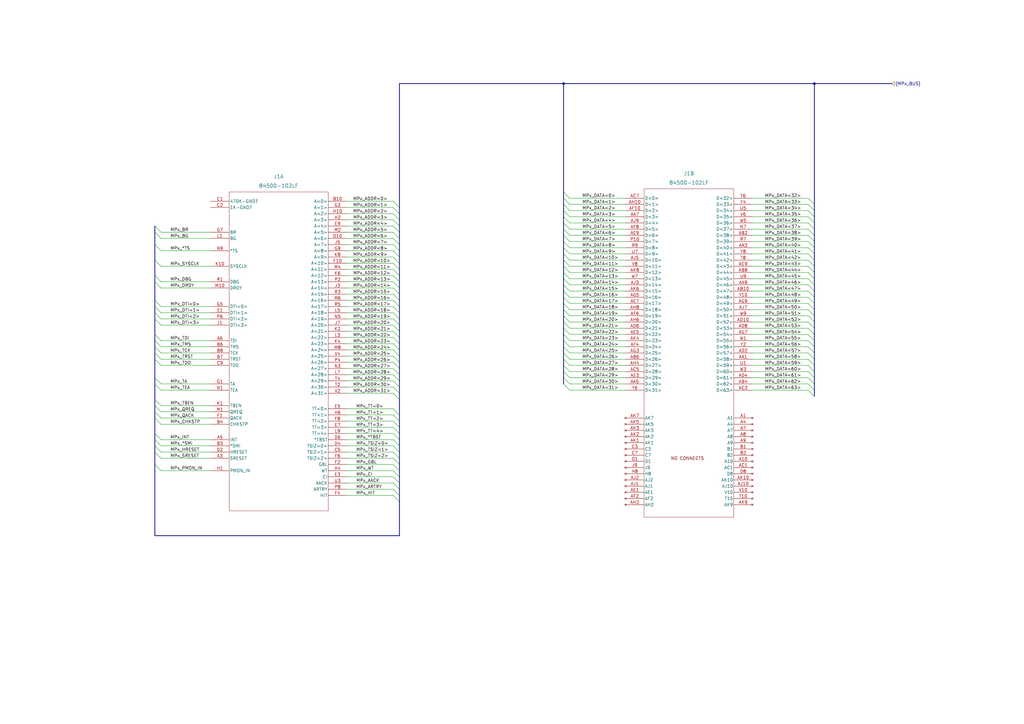
<source format=kicad_sch>
(kicad_sch (version 20211123) (generator eeschema)
  (paper "A3")
  (lib_symbols
    (symbol "cust:84500-102LF" (pin_names (offset 0.254))
      (property "Reference" "J" (at 27.94 10.16 0))
      (property "Value" "84500-102LF" (at 27.94 7.62 0))
      (symbol "84500-102LF_1_1"
        (polyline (pts (xy 7.62 -125.73) (xy 48.26 -125.73)) (stroke (width 0.127)))
        (polyline (pts (xy 7.62 5.08) (xy 7.62 -125.73)) (stroke (width 0.127)))
        (polyline (pts (xy 48.26 -125.73) (xy 48.26 5.08)) (stroke (width 0.127)))
        (polyline (pts (xy 48.26 5.08) (xy 7.62 5.08)) (stroke (width 0.127)))
        (pin input line (at 0 -104.14 0) (length 7.62) (name "SRESET") (number "A3"))
        (pin output line (at 0 -96.52 0) (length 7.62) (name "INT") (number "A5"))
        (pin bidirectional line (at 0 -55.88 0) (length 7.62) (name "TDI") (number "A6"))
        (pin input line (at 55.88 1.27 180) (length 7.62) (name "A<0>") (number "B10"))
        (pin input line (at 0 -99.06 0) (length 7.62) (name "*SMI") (number "B3"))
        (pin output line (at 0 -90.17 0) (length 7.62) (name "CHKSTP") (number "B4"))
        (pin bidirectional line (at 0 -58.42 0) (length 7.62) (name "TMS") (number "B6"))
        (pin input line (at 0 -63.5 0) (length 7.62) (name "TRST") (number "B7"))
        (pin output line (at 0 -60.96 0) (length 7.62) (name "TCK") (number "B8"))
        (pin input line (at 0 1.27 0) (length 7.62) (name "470K-GND?") (number "C1"))
        (pin input line (at 0 -1.27 0) (length 7.62) (name "1K-GND?") (number "C2"))
        (pin output line (at 55.88 -101.6 180) (length 7.62) (name "TSIZ<1>") (number "C5"))
        (pin bidirectional line (at 0 -66.04 0) (length 7.62) (name "TDO") (number "C9"))
        (pin input line (at 55.88 -13.97 180) (length 7.62) (name "A<6>") (number "D10"))
        (pin input line (at 0 -101.6 0) (length 7.62) (name "HRESET") (number "D2"))
        (pin output line (at 55.88 -99.06 180) (length 7.62) (name "TSIZ<0>") (number "D4"))
        (pin input line (at 55.88 -96.52 180) (length 7.62) (name "*TBST") (number "D6"))
        (pin input line (at 0 -44.45 0) (length 7.62) (name "DTI<1>") (number "E1"))
        (pin input line (at 55.88 -111.76 180) (length 7.62) (name "CI") (number "E3"))
        (pin output line (at 55.88 -83.82 180) (length 7.62) (name "TT<0>") (number "E5"))
        (pin output line (at 55.88 -91.44 180) (length 7.62) (name "TT<3>") (number "E7"))
        (pin input line (at 55.88 -8.89 180) (length 7.62) (name "A<4>") (number "E9"))
        (pin output line (at 0 -87.63 0) (length 7.62) (name "QACK") (number "F1"))
        (pin input line (at 55.88 -24.13 180) (length 7.62) (name "A<10>") (number "F10"))
        (pin input line (at 55.88 -106.68 180) (length 7.62) (name "GBL") (number "F2"))
        (pin output line (at 55.88 -119.38 180) (length 7.62) (name "HIT") (number "F4"))
        (pin output line (at 55.88 -104.14 180) (length 7.62) (name "TSIZ<2>") (number "F6"))
        (pin output line (at 55.88 -88.9 180) (length 7.62) (name "TT<2>") (number "F8"))
        (pin output line (at 0 -73.66 0) (length 7.62) (name "TA") (number "G1"))
        (pin input line (at 55.88 -1.27 180) (length 7.62) (name "A<1>") (number "G3"))
        (pin input line (at 0 -41.91 0) (length 7.62) (name "DTI<0>") (number "G5"))
        (pin input line (at 0 -11.43 0) (length 7.62) (name "BR") (number "G7"))
        (pin input line (at 55.88 -19.05 180) (length 7.62) (name "A<8>") (number "G9"))
        (pin input line (at 0 -109.22 0) (length 7.62) (name "PMON_IN") (number "H1"))
        (pin input line (at 55.88 -3.81 180) (length 7.62) (name "A<2>") (number "H10"))
        (pin input line (at 55.88 -6.35 180) (length 7.62) (name "A<3>") (number "H2"))
        (pin input line (at 55.88 -109.22 180) (length 7.62) (name "WT") (number "H4"))
        (pin output line (at 55.88 -86.36 180) (length 7.62) (name "TT<1>") (number "H6"))
        (pin input line (at 0 -49.53 0) (length 7.62) (name "DTI<3>") (number "J1"))
        (pin input line (at 55.88 -34.29 180) (length 7.62) (name "A<14>") (number "J3"))
        (pin input line (at 55.88 -16.51 180) (length 7.62) (name "A<7>") (number "J5"))
        (pin input line (at 55.88 -49.53 180) (length 7.62) (name "A<20>") (number "J7"))
        (pin output line (at 0 -82.55 0) (length 7.62) (name "TBEN") (number "K1"))
        (pin input line (at 0 -25.4 0) (length 7.62) (name "SYSCLK") (number "K10"))
        (pin input line (at 55.88 -52.07 180) (length 7.62) (name "A<21>") (number "K2"))
        (pin input line (at 55.88 -57.15 180) (length 7.62) (name "A<23>") (number "K4"))
        (pin input line (at 55.88 -29.21 180) (length 7.62) (name "A<12>") (number "K6"))
        (pin input line (at 55.88 -21.59 180) (length 7.62) (name "A<9>") (number "K8"))
        (pin input line (at 0 -13.97 0) (length 7.62) (name "BG") (number "L1"))
        (pin input line (at 55.88 -54.61 180) (length 7.62) (name "A<22>") (number "L3"))
        (pin input line (at 55.88 -44.45 180) (length 7.62) (name "A<18>") (number "L5"))
        (pin input line (at 55.88 -69.85 180) (length 7.62) (name "A<28>") (number "L7"))
        (pin output line (at 55.88 -93.98 180) (length 7.62) (name "TT<4>") (number "L9"))
        (pin output line (at 0 -85.09 0) (length 7.62) (name "QREQ") (number "M1"))
        (pin output line (at 0 -34.29 0) (length 7.62) (name "DRDY") (number "M10"))
        (pin input line (at 55.88 -11.43 180) (length 7.62) (name "A<5>") (number "M2"))
        (pin input line (at 55.88 -26.67 180) (length 7.62) (name "A<11>") (number "M4"))
        (pin input line (at 55.88 -39.37 180) (length 7.62) (name "A<16>") (number "M6"))
        (pin input line (at 55.88 -59.69 180) (length 7.62) (name "A<24>") (number "M8"))
        (pin output line (at 0 -76.2 0) (length 7.62) (name "TEA") (number "N1"))
        (pin input line (at 55.88 -67.31 180) (length 7.62) (name "A<27>") (number "N3"))
        (pin input line (at 55.88 -46.99 180) (length 7.62) (name "A<19>") (number "N5"))
        (pin input line (at 0 -19.05 0) (length 7.62) (name "*TS") (number "N9"))
        (pin input line (at 55.88 -31.75 180) (length 7.62) (name "A<13>") (number "P2"))
        (pin input line (at 55.88 -64.77 180) (length 7.62) (name "A<26>") (number "P4"))
        (pin input line (at 0 -46.99 0) (length 7.62) (name "DTI<2>") (number "P6"))
        (pin input line (at 55.88 -116.84 180) (length 7.62) (name "ARTRY") (number "P8"))
        (pin input line (at 0 -31.75 0) (length 7.62) (name "DBG") (number "R1"))
        (pin input line (at 55.88 -36.83 180) (length 7.62) (name "A<15>") (number "R3"))
        (pin input line (at 55.88 -41.91 180) (length 7.62) (name "A<17>") (number "R5"))
        (pin input line (at 55.88 -74.93 180) (length 7.62) (name "A<30>") (number "T2"))
        (pin input line (at 55.88 -72.39 180) (length 7.62) (name "A<29>") (number "T4"))
        (pin input line (at 55.88 -114.3 180) (length 7.62) (name "AACK") (number "U3"))
        (pin input line (at 55.88 -77.47 180) (length 7.62) (name "A<31>") (number "V2"))
        (pin input line (at 55.88 -62.23 180) (length 7.62) (name "A<25>") (number "V4"))
      )
      (symbol "84500-102LF_2_0"
        (text "NO CONNECTS" (at 25.4 -105.41 0) (effects (font (size 1.27 1.27))))
      )
      (symbol "84500-102LF_2_1"
        (polyline (pts (xy 7.62 -129.54) (xy 44.45 -129.54)) (stroke (width 0.127)))
        (polyline (pts (xy 7.62 5.08) (xy 7.62 -129.54)) (stroke (width 0.127)))
        (polyline (pts (xy 44.45 -129.54) (xy 44.45 5.08)) (stroke (width 0.127)))
        (polyline (pts (xy 44.45 5.08) (xy 7.62 5.08)) (stroke (width 0.127)))
        (pin no_connect line (at 52.07 -88.9 180) (length 7.62) (name "A1") (number "A1"))
        (pin no_connect line (at 52.07 -106.68 180) (length 7.62) (name "A10") (number "A10"))
        (pin no_connect line (at 52.07 -91.44 180) (length 7.62) (name "A4") (number "A4"))
        (pin no_connect line (at 52.07 -93.98 180) (length 7.62) (name "A7") (number "A7"))
        (pin no_connect line (at 52.07 -96.52 180) (length 7.62) (name "A8") (number "A8"))
        (pin no_connect line (at 52.07 -99.06 180) (length 7.62) (name "A9") (number "A9"))
        (pin bidirectional line (at 52.07 -64.77 180) (length 7.62) (name "D<58>") (number "AA1"))
        (pin bidirectional line (at 52.07 -19.05 180) (length 7.62) (name "D<40>") (number "AA3"))
        (pin bidirectional line (at 0 -74.93 0) (length 7.62) (name "D<30>") (number "AA5"))
        (pin bidirectional line (at 0 -6.35 0) (length 7.62) (name "D<3>") (number "AA7"))
        (pin bidirectional line (at 52.07 -34.29 180) (length 7.62) (name "D<46>") (number "AA9"))
        (pin bidirectional line (at 52.07 -36.83 180) (length 7.62) (name "D<47>") (number "AB10"))
        (pin bidirectional line (at 52.07 -13.97 180) (length 7.62) (name "D<38>") (number "AB2"))
        (pin bidirectional line (at 52.07 -74.93 180) (length 7.62) (name "D<62>") (number "AB4"))
        (pin bidirectional line (at 0 -64.77 0) (length 7.62) (name "D<26>") (number "AB6"))
        (pin bidirectional line (at 52.07 -29.21 180) (length 7.62) (name "D<44>") (number "AB8"))
        (pin no_connect line (at 52.07 -109.22 180) (length 7.62) (name "AC1") (number "AC1"))
        (pin bidirectional line (at 52.07 -77.47 180) (length 7.62) (name "D<63>") (number "AC3"))
        (pin bidirectional line (at 0 -69.85 0) (length 7.62) (name "D<28>") (number "AC5"))
        (pin bidirectional line (at 0 1.27 0) (length 7.62) (name "D<0>") (number "AC7"))
        (pin bidirectional line (at 52.07 -26.67 180) (length 7.62) (name "D<43>") (number "AC9"))
        (pin bidirectional line (at 52.07 -49.53 180) (length 7.62) (name "D<52>") (number "AD10"))
        (pin bidirectional line (at 52.07 -62.23 180) (length 7.62) (name "D<57>") (number "AD2"))
        (pin bidirectional line (at 52.07 -72.39 180) (length 7.62) (name "D<61>") (number "AD4"))
        (pin bidirectional line (at 0 -52.07 0) (length 7.62) (name "D<21>") (number "AD6"))
        (pin bidirectional line (at 52.07 -52.07 180) (length 7.62) (name "D<53>") (number "AD8"))
        (pin no_connect line (at 0 -119.38 0) (length 7.62) (name "AE1") (number "AE1"))
        (pin bidirectional line (at 0 -72.39 0) (length 7.62) (name "D<29>") (number "AE3"))
        (pin bidirectional line (at 0 -54.61 0) (length 7.62) (name "D<22>") (number "AE5"))
        (pin bidirectional line (at 0 -41.91 0) (length 7.62) (name "D<17>") (number "AE7"))
        (pin bidirectional line (at 0 -13.97 0) (length 7.62) (name "D<6>") (number "AE9"))
        (pin bidirectional line (at 0 -3.81 0) (length 7.62) (name "D<2>") (number "AF10"))
        (pin no_connect line (at 0 -121.92 0) (length 7.62) (name "AF2") (number "AF2"))
        (pin bidirectional line (at 0 -59.69 0) (length 7.62) (name "D<24>") (number "AF4"))
        (pin bidirectional line (at 0 -46.99 0) (length 7.62) (name "D<19>") (number "AF6"))
        (pin bidirectional line (at 0 -11.43 0) (length 7.62) (name "D<5>") (number "AF8"))
        (pin bidirectional line (at 0 -62.23 0) (length 7.62) (name "D<25>") (number "AG3"))
        (pin bidirectional line (at 0 -39.37 0) (length 7.62) (name "D<16>") (number "AG5"))
        (pin bidirectional line (at 52.07 -54.61 180) (length 7.62) (name "D<54>") (number "AG7"))
        (pin bidirectional line (at 52.07 -41.91 180) (length 7.62) (name "D<49>") (number "AG9"))
        (pin bidirectional line (at 0 -1.27 0) (length 7.62) (name "D<1>") (number "AH10"))
        (pin no_connect line (at 0 -124.46 0) (length 7.62) (name "AH2") (number "AH2"))
        (pin bidirectional line (at 0 -67.31 0) (length 7.62) (name "D<27>") (number "AH4"))
        (pin bidirectional line (at 0 -49.53 0) (length 7.62) (name "D<20>") (number "AH6"))
        (pin bidirectional line (at 0 -44.45 0) (length 7.62) (name "D<18>") (number "AH8"))
        (pin no_connect line (at 0 -116.84 0) (length 7.62) (name "AJ1") (number "AJ1"))
        (pin no_connect line (at 52.07 -116.84 180) (length 7.62) (name "AJ10") (number "AJ10"))
        (pin no_connect line (at 0 -114.3 0) (length 7.62) (name "AJ2") (number "AJ2"))
        (pin bidirectional line (at 0 -34.29 0) (length 7.62) (name "D<14>") (number "AJ3"))
        (pin bidirectional line (at 0 -24.13 0) (length 7.62) (name "D<10>") (number "AJ5"))
        (pin bidirectional line (at 52.07 -44.45 180) (length 7.62) (name "D<50>") (number "AJ7"))
        (pin bidirectional line (at 0 -8.89 0) (length 7.62) (name "D<4>") (number "AJ9"))
        (pin no_connect line (at 0 -99.06 0) (length 7.62) (name "AK1") (number "AK1"))
        (pin no_connect line (at 52.07 -114.3 180) (length 7.62) (name "AK10") (number "AK10"))
        (pin no_connect line (at 0 -96.52 0) (length 7.62) (name "AK2") (number "AK2"))
        (pin no_connect line (at 0 -93.98 0) (length 7.62) (name "AK3") (number "AK3"))
        (pin bidirectional line (at 0 -57.15 0) (length 7.62) (name "D<23>") (number "AK4"))
        (pin no_connect line (at 0 -91.44 0) (length 7.62) (name "AK5") (number "AK5"))
        (pin bidirectional line (at 0 -36.83 0) (length 7.62) (name "D<15>") (number "AK6"))
        (pin no_connect line (at 0 -88.9 0) (length 7.62) (name "AK7") (number "AK7"))
        (pin bidirectional line (at 0 -29.21 0) (length 7.62) (name "D<12>") (number "AK8"))
        (pin no_connect line (at 52.07 -124.46 180) (length 7.62) (name "AK9") (number "AK9"))
        (pin no_connect line (at 52.07 -101.6 180) (length 7.62) (name "B1") (number "B1"))
        (pin no_connect line (at 52.07 -104.14 180) (length 7.62) (name "B2") (number "B2"))
        (pin no_connect line (at 0 -101.6 0) (length 7.62) (name "C3") (number "C3"))
        (pin no_connect line (at 0 -104.14 0) (length 7.62) (name "C7") (number "C7"))
        (pin no_connect line (at 0 -106.68 0) (length 7.62) (name "D1") (number "D1"))
        (pin no_connect line (at 52.07 -111.76 180) (length 7.62) (name "D8") (number "D8"))
        (pin no_connect line (at 0 -111.76 0) (length 7.62) (name "H8") (number "H8"))
        (pin no_connect line (at 0 -109.22 0) (length 7.62) (name "J9") (number "J9"))
        (pin bidirectional line (at 52.07 -11.43 180) (length 7.62) (name "D<37>") (number "N7"))
        (pin bidirectional line (at 0 -16.51 0) (length 7.62) (name "D<7>") (number "P10"))
        (pin bidirectional line (at 52.07 -16.51 180) (length 7.62) (name "D<39>") (number "R7"))
        (pin bidirectional line (at 0 -19.05 0) (length 7.62) (name "D<8>") (number "R9"))
        (pin no_connect line (at 52.07 -121.92 180) (length 7.62) (name "T10") (number "T10"))
        (pin bidirectional line (at 52.07 1.27 180) (length 7.62) (name "D<32>") (number "T6"))
        (pin bidirectional line (at 52.07 -24.13 180) (length 7.62) (name "D<42>") (number "T8"))
        (pin bidirectional line (at 52.07 -67.31 180) (length 7.62) (name "D<59>") (number "U1"))
        (pin bidirectional line (at 52.07 -3.81 180) (length 7.62) (name "D<34>") (number "U5"))
        (pin bidirectional line (at 0 -21.59 0) (length 7.62) (name "D<9>") (number "U7"))
        (pin bidirectional line (at 52.07 -31.75 180) (length 7.62) (name "D<45>") (number "U9"))
        (pin no_connect line (at 52.07 -119.38 180) (length 7.62) (name "V10") (number "V10"))
        (pin bidirectional line (at 52.07 -6.35 180) (length 7.62) (name "D<35>") (number "V6"))
        (pin bidirectional line (at 0 -26.67 0) (length 7.62) (name "D<11>") (number "V8"))
        (pin bidirectional line (at 52.07 -57.15 180) (length 7.62) (name "D<55>") (number "W1"))
        (pin bidirectional line (at 52.07 -69.85 180) (length 7.62) (name "D<60>") (number "W3"))
        (pin bidirectional line (at 52.07 -8.89 180) (length 7.62) (name "D<36>") (number "W5"))
        (pin bidirectional line (at 0 -31.75 0) (length 7.62) (name "D<13>") (number "W7"))
        (pin bidirectional line (at 52.07 -46.99 180) (length 7.62) (name "D<51>") (number "W9"))
        (pin bidirectional line (at 52.07 -39.37 180) (length 7.62) (name "D<48>") (number "Y10"))
        (pin bidirectional line (at 52.07 -59.69 180) (length 7.62) (name "D<56>") (number "Y2"))
        (pin bidirectional line (at 52.07 -1.27 180) (length 7.62) (name "D<33>") (number "Y4"))
        (pin bidirectional line (at 0 -77.47 0) (length 7.62) (name "D<31>") (number "Y6"))
        (pin bidirectional line (at 52.07 -21.59 180) (length 7.62) (name "D<41>") (number "Y8"))
      )
      (symbol "84500-102LF_3_1"
        (polyline (pts (xy 7.62 -182.88) (xy 48.26 -182.88)) (stroke (width 0.127)))
        (polyline (pts (xy 7.62 5.08) (xy 7.62 -182.88)) (stroke (width 0.127)))
        (polyline (pts (xy 48.26 -182.88) (xy 48.26 5.08)) (stroke (width 0.127)))
        (polyline (pts (xy 48.26 5.08) (xy 7.62 5.08)) (stroke (width 0.127)))
        (pin power_in line (at 55.88 1.27 180) (length 7.62) (name "12V") (number "A2"))
        (pin power_out line (at 0 -6.35 0) (length 7.62) (name "GND") (number "AA10"))
        (pin power_out line (at 0 -107.95 0) (length 7.62) (name "GND") (number "AA2"))
        (pin power_out line (at 0 -105.41 0) (length 7.62) (name "GND") (number "AA4"))
        (pin power_out line (at 0 -102.87 0) (length 7.62) (name "GND") (number "AA6"))
        (pin power_out line (at 0 -100.33 0) (length 7.62) (name "GND") (number "AA8"))
        (pin power_in line (at 55.88 -130.81 180) (length 7.62) (name "3V3") (number "AB1"))
        (pin power_in line (at 55.88 -128.27 180) (length 7.62) (name "3V3") (number "AB3"))
        (pin power_in line (at 55.88 -38.1 180) (length 7.62) (name "5V") (number "AB5"))
        (pin power_in line (at 55.88 -35.56 180) (length 7.62) (name "5V") (number "AB7"))
        (pin power_in line (at 55.88 -33.02 180) (length 7.62) (name "5V") (number "AB9"))
        (pin power_out line (at 0 -3.81 0) (length 7.62) (name "GND") (number "AC10"))
        (pin power_out line (at 0 -62.23 0) (length 7.62) (name "GND") (number "AC2"))
        (pin power_out line (at 0 -64.77 0) (length 7.62) (name "GND") (number "AC4"))
        (pin power_out line (at 0 -67.31 0) (length 7.62) (name "GND") (number "AC6"))
        (pin power_out line (at 0 -69.85 0) (length 7.62) (name "GND") (number "AC8"))
        (pin power_in line (at 55.88 -115.57 180) (length 7.62) (name "3V3") (number "AD1"))
        (pin power_in line (at 55.88 -118.11 180) (length 7.62) (name "3V3") (number "AD3"))
        (pin power_in line (at 55.88 -58.42 180) (length 7.62) (name "5V") (number "AD5"))
        (pin power_in line (at 55.88 -60.96 180) (length 7.62) (name "5V") (number "AD7"))
        (pin power_in line (at 55.88 -63.5 180) (length 7.62) (name "5V") (number "AD9"))
        (pin power_out line (at 0 -1.27 0) (length 7.62) (name "GND") (number "AE10"))
        (pin power_out line (at 0 -39.37 0) (length 7.62) (name "GND") (number "AE2"))
        (pin power_out line (at 0 -41.91 0) (length 7.62) (name "GND") (number "AE4"))
        (pin power_out line (at 0 -44.45 0) (length 7.62) (name "GND") (number "AE6"))
        (pin power_out line (at 0 -46.99 0) (length 7.62) (name "GND") (number "AE8"))
        (pin power_in line (at 55.88 -107.95 180) (length 7.62) (name "3V3") (number "AF1"))
        (pin power_in line (at 55.88 -105.41 180) (length 7.62) (name "3V3") (number "AF3"))
        (pin power_in line (at 55.88 -86.36 180) (length 7.62) (name "5V") (number "AF5"))
        (pin power_in line (at 55.88 -83.82 180) (length 7.62) (name "5V") (number "AF7"))
        (pin power_in line (at 55.88 -81.28 180) (length 7.62) (name "5V") (number "AF9"))
        (pin power_out line (at 0 -49.53 0) (length 7.62) (name "GND") (number "AG1"))
        (pin power_out line (at 0 1.27 0) (length 7.62) (name "GND") (number "AG10"))
        (pin power_out line (at 0 -52.07 0) (length 7.62) (name "GND") (number "AG2"))
        (pin power_out line (at 0 -54.61 0) (length 7.62) (name "GND") (number "AG4"))
        (pin power_out line (at 0 -57.15 0) (length 7.62) (name "GND") (number "AG6"))
        (pin power_out line (at 0 -59.69 0) (length 7.62) (name "GND") (number "AG8"))
        (pin power_in line (at 55.88 -110.49 180) (length 7.62) (name "3V3") (number "AH1"))
        (pin power_in line (at 55.88 -113.03 180) (length 7.62) (name "3V3") (number "AH3"))
        (pin power_in line (at 55.88 -66.04 180) (length 7.62) (name "5V") (number "AH5"))
        (pin power_in line (at 55.88 -71.12 180) (length 7.62) (name "5V") (number "AH7"))
        (pin power_in line (at 55.88 -68.58 180) (length 7.62) (name "5V") (number "AH9"))
        (pin power_out line (at 0 -36.83 0) (length 7.62) (name "GND") (number "AJ4"))
        (pin power_out line (at 0 -34.29 0) (length 7.62) (name "GND") (number "AJ6"))
        (pin power_out line (at 0 -31.75 0) (length 7.62) (name "GND") (number "AJ8"))
        (pin power_in line (at 55.88 -149.86 180) (length 7.62) (name "OVdd") (number "B5"))
        (pin power_in line (at 55.88 -172.72 180) (length 7.62) (name "OVdd") (number "B9"))
        (pin power_out line (at 0 -29.21 0) (length 7.62) (name "GND") (number "C10"))
        (pin power_out line (at 0 -72.39 0) (length 7.62) (name "GND") (number "C4"))
        (pin power_out line (at 0 -74.93 0) (length 7.62) (name "GND") (number "C6"))
        (pin power_out line (at 0 -77.47 0) (length 7.62) (name "GND") (number "C8"))
        (pin power_in line (at 55.88 -152.4 180) (length 7.62) (name "OVdd") (number "D3"))
        (pin power_in line (at 55.88 -154.94 180) (length 7.62) (name "OVdd") (number "D5"))
        (pin power_in line (at 55.88 -157.48 180) (length 7.62) (name "OVdd") (number "D7"))
        (pin power_in line (at 55.88 -160.02 180) (length 7.62) (name "OVdd") (number "D9"))
        (pin power_out line (at 0 -26.67 0) (length 7.62) (name "GND") (number "E10"))
        (pin power_out line (at 0 -151.13 0) (length 7.62) (name "GND") (number "E2"))
        (pin power_out line (at 0 -153.67 0) (length 7.62) (name "GND") (number "E4"))
        (pin power_out line (at 0 -156.21 0) (length 7.62) (name "GND") (number "E6"))
        (pin power_out line (at 0 -158.75 0) (length 7.62) (name "GND") (number "E8"))
        (pin power_in line (at 55.88 -162.56 180) (length 7.62) (name "OVdd") (number "F3"))
        (pin power_in line (at 55.88 -165.1 180) (length 7.62) (name "OVdd") (number "F5"))
        (pin power_in line (at 55.88 -170.18 180) (length 7.62) (name "OVdd") (number "F7"))
        (pin power_in line (at 55.88 -167.64 180) (length 7.62) (name "OVdd") (number "F9"))
        (pin power_out line (at 0 -24.13 0) (length 7.62) (name "GND") (number "G10"))
        (pin power_out line (at 0 -138.43 0) (length 7.62) (name "GND") (number "G2"))
        (pin power_out line (at 0 -135.89 0) (length 7.62) (name "GND") (number "G4"))
        (pin power_out line (at 0 -133.35 0) (length 7.62) (name "GND") (number "G6"))
        (pin power_out line (at 0 -130.81 0) (length 7.62) (name "GND") (number "G8"))
        (pin power_in line (at 55.88 -88.9 180) (length 7.62) (name "5V") (number "H3"))
        (pin power_in line (at 55.88 -78.74 180) (length 7.62) (name "5V") (number "H5"))
        (pin power_in line (at 55.88 -76.2 180) (length 7.62) (name "5V") (number "H7"))
        (pin power_in line (at 55.88 -73.66 180) (length 7.62) (name "5V") (number "H9"))
        (pin power_out line (at 0 -21.59 0) (length 7.62) (name "GND") (number "J10"))
        (pin power_out line (at 0 -168.91 0) (length 7.62) (name "GND") (number "J2"))
        (pin power_out line (at 0 -166.37 0) (length 7.62) (name "GND") (number "J4"))
        (pin power_out line (at 0 -163.83 0) (length 7.62) (name "GND") (number "J6"))
        (pin power_out line (at 0 -161.29 0) (length 7.62) (name "GND") (number "J8"))
        (pin power_in line (at 55.88 -96.52 180) (length 7.62) (name "5V") (number "K3"))
        (pin power_in line (at 55.88 -55.88 180) (length 7.62) (name "5V") (number "K5"))
        (pin power_in line (at 55.88 -93.98 180) (length 7.62) (name "5V") (number "K7"))
        (pin power_in line (at 55.88 -91.44 180) (length 7.62) (name "5V") (number "K9"))
        (pin power_out line (at 0 -19.05 0) (length 7.62) (name "GND") (number "L10"))
        (pin power_out line (at 0 -148.59 0) (length 7.62) (name "GND") (number "L2"))
        (pin power_out line (at 0 -146.05 0) (length 7.62) (name "GND") (number "L4"))
        (pin power_out line (at 0 -143.51 0) (length 7.62) (name "GND") (number "L6"))
        (pin power_out line (at 0 -140.97 0) (length 7.62) (name "GND") (number "L8"))
        (pin power_in line (at 55.88 -5.08 180) (length 7.62) (name "5V") (number "M3"))
        (pin power_in line (at 55.88 -7.62 180) (length 7.62) (name "5V") (number "M5"))
        (pin power_in line (at 55.88 -10.16 180) (length 7.62) (name "5V") (number "M7"))
        (pin power_in line (at 55.88 -12.7 180) (length 7.62) (name "5V") (number "M9"))
        (pin power_out line (at 0 -16.51 0) (length 7.62) (name "GND") (number "N10"))
        (pin power_out line (at 0 -90.17 0) (length 7.62) (name "GND") (number "N2"))
        (pin power_out line (at 0 -92.71 0) (length 7.62) (name "GND") (number "N4"))
        (pin power_out line (at 0 -95.25 0) (length 7.62) (name "GND") (number "N6"))
        (pin power_out line (at 0 -97.79 0) (length 7.62) (name "GND") (number "N8"))
        (pin power_in line (at 55.88 -125.73 180) (length 7.62) (name "3V3") (number "P1"))
        (pin power_in line (at 55.88 -15.24 180) (length 7.62) (name "5V") (number "P3"))
        (pin power_in line (at 55.88 -17.78 180) (length 7.62) (name "5V") (number "P5"))
        (pin power_in line (at 55.88 -20.32 180) (length 7.62) (name "5V") (number "P7"))
        (pin power_in line (at 55.88 -22.86 180) (length 7.62) (name "5V") (number "P9"))
        (pin power_out line (at 0 -13.97 0) (length 7.62) (name "GND") (number "R10"))
        (pin power_out line (at 0 -80.01 0) (length 7.62) (name "GND") (number "R2"))
        (pin power_out line (at 0 -82.55 0) (length 7.62) (name "GND") (number "R4"))
        (pin power_out line (at 0 -85.09 0) (length 7.62) (name "GND") (number "R6"))
        (pin power_out line (at 0 -87.63 0) (length 7.62) (name "GND") (number "R8"))
        (pin power_in line (at 55.88 -120.65 180) (length 7.62) (name "3V3") (number "T1"))
        (pin power_in line (at 55.88 -123.19 180) (length 7.62) (name "3V3") (number "T3"))
        (pin power_in line (at 55.88 -25.4 180) (length 7.62) (name "5V") (number "T5"))
        (pin power_in line (at 55.88 -27.94 180) (length 7.62) (name "5V") (number "T7"))
        (pin power_in line (at 55.88 -30.48 180) (length 7.62) (name "5V") (number "T9"))
        (pin power_out line (at 0 -11.43 0) (length 7.62) (name "GND") (number "U10"))
        (pin power_out line (at 0 -123.19 0) (length 7.62) (name "GND") (number "U2"))
        (pin power_out line (at 0 -125.73 0) (length 7.62) (name "GND") (number "U4"))
        (pin power_out line (at 0 -128.27 0) (length 7.62) (name "GND") (number "U6"))
        (pin power_out line (at 0 -120.65 0) (length 7.62) (name "GND") (number "U8"))
        (pin power_in line (at 55.88 -140.97 180) (length 7.62) (name "3V3") (number "V1"))
        (pin power_in line (at 55.88 -138.43 180) (length 7.62) (name "3V3") (number "V3"))
        (pin power_in line (at 55.88 -53.34 180) (length 7.62) (name "5V") (number "V5"))
        (pin power_in line (at 55.88 -50.8 180) (length 7.62) (name "5V") (number "V7"))
        (pin power_in line (at 55.88 -48.26 180) (length 7.62) (name "5V") (number "V9"))
        (pin power_out line (at 0 -8.89 0) (length 7.62) (name "GND") (number "W10"))
        (pin power_out line (at 0 -118.11 0) (length 7.62) (name "GND") (number "W2"))
        (pin power_out line (at 0 -115.57 0) (length 7.62) (name "GND") (number "W4"))
        (pin power_out line (at 0 -113.03 0) (length 7.62) (name "GND") (number "W6"))
        (pin power_out line (at 0 -110.49 0) (length 7.62) (name "GND") (number "W8"))
        (pin power_in line (at 55.88 -135.89 180) (length 7.62) (name "3V3") (number "Y1"))
        (pin power_in line (at 55.88 -133.35 180) (length 7.62) (name "3V3") (number "Y3"))
        (pin power_in line (at 55.88 -45.72 180) (length 7.62) (name "5V") (number "Y5"))
        (pin power_in line (at 55.88 -43.18 180) (length 7.62) (name "5V") (number "Y7"))
        (pin power_in line (at 55.88 -40.64 180) (length 7.62) (name "5V") (number "Y9"))
      )
    )
  )
  (junction (at 334.01 34.29))
  (junction (at 231.14 34.29))
  (bus_entry (at 331.47 137.16) (size 2.54 2.54))
  (bus_entry (at 63.5 92.71) (size 2.54 2.54))
  (bus_entry (at 161.29 146.05) (size 2.54 2.54))
  (bus_entry (at 331.47 142.24) (size 2.54 2.54))
  (bus_entry (at 161.29 102.87) (size 2.54 2.54))
  (bus_entry (at 161.29 195.58) (size 2.54 2.54))
  (bus_entry (at 161.29 175.26) (size 2.54 2.54))
  (bus_entry (at 161.29 92.71) (size 2.54 2.54))
  (bus_entry (at 161.29 105.41) (size 2.54 2.54))
  (bus_entry (at 161.29 161.29) (size 2.54 2.54))
  (bus_entry (at 231.14 96.52) (size 2.54 2.54))
  (bus_entry (at 231.14 86.36) (size 2.54 2.54))
  (bus_entry (at 331.47 144.78) (size 2.54 2.54))
  (bus_entry (at 161.29 128.27) (size 2.54 2.54))
  (bus_entry (at 161.29 203.2) (size 2.54 2.54))
  (bus_entry (at 331.47 109.22) (size 2.54 2.54))
  (bus_entry (at 231.14 154.94) (size 2.54 2.54))
  (bus_entry (at 231.14 139.7) (size 2.54 2.54))
  (bus_entry (at 231.14 116.84) (size 2.54 2.54))
  (bus_entry (at 331.47 127) (size 2.54 2.54))
  (bus_entry (at 161.29 82.55) (size 2.54 2.54))
  (bus_entry (at 63.5 177.8) (size 2.54 2.54))
  (bus_entry (at 161.29 135.89) (size 2.54 2.54))
  (bus_entry (at 63.5 163.83) (size 2.54 2.54))
  (bus_entry (at 161.29 148.59) (size 2.54 2.54))
  (bus_entry (at 231.14 134.62) (size 2.54 2.54))
  (bus_entry (at 231.14 106.68) (size 2.54 2.54))
  (bus_entry (at 231.14 124.46) (size 2.54 2.54))
  (bus_entry (at 63.5 100.33) (size 2.54 2.54))
  (bus_entry (at 63.5 125.73) (size 2.54 2.54))
  (bus_entry (at 231.14 149.86) (size 2.54 2.54))
  (bus_entry (at 161.29 107.95) (size 2.54 2.54))
  (bus_entry (at 161.29 125.73) (size 2.54 2.54))
  (bus_entry (at 331.47 96.52) (size 2.54 2.54))
  (bus_entry (at 63.5 95.25) (size 2.54 2.54))
  (bus_entry (at 331.47 124.46) (size 2.54 2.54))
  (bus_entry (at 331.47 104.14) (size 2.54 2.54))
  (bus_entry (at 63.5 137.16) (size 2.54 2.54))
  (bus_entry (at 331.47 119.38) (size 2.54 2.54))
  (bus_entry (at 63.5 147.32) (size 2.54 2.54))
  (bus_entry (at 331.47 114.3) (size 2.54 2.54))
  (bus_entry (at 63.5 142.24) (size 2.54 2.54))
  (bus_entry (at 231.14 152.4) (size 2.54 2.54))
  (bus_entry (at 63.5 182.88) (size 2.54 2.54))
  (bus_entry (at 63.5 180.34) (size 2.54 2.54))
  (bus_entry (at 231.14 78.74) (size 2.54 2.54))
  (bus_entry (at 161.29 100.33) (size 2.54 2.54))
  (bus_entry (at 231.14 121.92) (size 2.54 2.54))
  (bus_entry (at 231.14 83.82) (size 2.54 2.54))
  (bus_entry (at 231.14 111.76) (size 2.54 2.54))
  (bus_entry (at 331.47 160.02) (size 2.54 2.54))
  (bus_entry (at 63.5 123.19) (size 2.54 2.54))
  (bus_entry (at 161.29 138.43) (size 2.54 2.54))
  (bus_entry (at 63.5 190.5) (size 2.54 2.54))
  (bus_entry (at 161.29 185.42) (size 2.54 2.54))
  (bus_entry (at 63.5 128.27) (size 2.54 2.54))
  (bus_entry (at 161.29 97.79) (size 2.54 2.54))
  (bus_entry (at 63.5 113.03) (size 2.54 2.54))
  (bus_entry (at 231.14 129.54) (size 2.54 2.54))
  (bus_entry (at 161.29 133.35) (size 2.54 2.54))
  (bus_entry (at 161.29 85.09) (size 2.54 2.54))
  (bus_entry (at 231.14 147.32) (size 2.54 2.54))
  (bus_entry (at 331.47 106.68) (size 2.54 2.54))
  (bus_entry (at 331.47 147.32) (size 2.54 2.54))
  (bus_entry (at 331.47 101.6) (size 2.54 2.54))
  (bus_entry (at 161.29 153.67) (size 2.54 2.54))
  (bus_entry (at 331.47 121.92) (size 2.54 2.54))
  (bus_entry (at 63.5 115.57) (size 2.54 2.54))
  (bus_entry (at 231.14 88.9) (size 2.54 2.54))
  (bus_entry (at 161.29 143.51) (size 2.54 2.54))
  (bus_entry (at 331.47 152.4) (size 2.54 2.54))
  (bus_entry (at 331.47 132.08) (size 2.54 2.54))
  (bus_entry (at 161.29 118.11) (size 2.54 2.54))
  (bus_entry (at 161.29 177.8) (size 2.54 2.54))
  (bus_entry (at 161.29 172.72) (size 2.54 2.54))
  (bus_entry (at 231.14 119.38) (size 2.54 2.54))
  (bus_entry (at 231.14 142.24) (size 2.54 2.54))
  (bus_entry (at 161.29 110.49) (size 2.54 2.54))
  (bus_entry (at 231.14 137.16) (size 2.54 2.54))
  (bus_entry (at 231.14 132.08) (size 2.54 2.54))
  (bus_entry (at 331.47 116.84) (size 2.54 2.54))
  (bus_entry (at 161.29 190.5) (size 2.54 2.54))
  (bus_entry (at 161.29 193.04) (size 2.54 2.54))
  (bus_entry (at 331.47 88.9) (size 2.54 2.54))
  (bus_entry (at 331.47 86.36) (size 2.54 2.54))
  (bus_entry (at 63.5 130.81) (size 2.54 2.54))
  (bus_entry (at 231.14 114.3) (size 2.54 2.54))
  (bus_entry (at 63.5 168.91) (size 2.54 2.54))
  (bus_entry (at 63.5 185.42) (size 2.54 2.54))
  (bus_entry (at 231.14 109.22) (size 2.54 2.54))
  (bus_entry (at 161.29 200.66) (size 2.54 2.54))
  (bus_entry (at 161.29 123.19) (size 2.54 2.54))
  (bus_entry (at 331.47 91.44) (size 2.54 2.54))
  (bus_entry (at 231.14 127) (size 2.54 2.54))
  (bus_entry (at 331.47 154.94) (size 2.54 2.54))
  (bus_entry (at 63.5 139.7) (size 2.54 2.54))
  (bus_entry (at 331.47 83.82) (size 2.54 2.54))
  (bus_entry (at 231.14 144.78) (size 2.54 2.54))
  (bus_entry (at 161.29 198.12) (size 2.54 2.54))
  (bus_entry (at 331.47 81.28) (size 2.54 2.54))
  (bus_entry (at 161.29 120.65) (size 2.54 2.54))
  (bus_entry (at 161.29 90.17) (size 2.54 2.54))
  (bus_entry (at 231.14 93.98) (size 2.54 2.54))
  (bus_entry (at 63.5 154.94) (size 2.54 2.54))
  (bus_entry (at 161.29 140.97) (size 2.54 2.54))
  (bus_entry (at 331.47 134.62) (size 2.54 2.54))
  (bus_entry (at 63.5 144.78) (size 2.54 2.54))
  (bus_entry (at 331.47 129.54) (size 2.54 2.54))
  (bus_entry (at 161.29 87.63) (size 2.54 2.54))
  (bus_entry (at 161.29 151.13) (size 2.54 2.54))
  (bus_entry (at 63.5 157.48) (size 2.54 2.54))
  (bus_entry (at 231.14 81.28) (size 2.54 2.54))
  (bus_entry (at 231.14 157.48) (size 2.54 2.54))
  (bus_entry (at 63.5 171.45) (size 2.54 2.54))
  (bus_entry (at 161.29 156.21) (size 2.54 2.54))
  (bus_entry (at 231.14 91.44) (size 2.54 2.54))
  (bus_entry (at 231.14 99.06) (size 2.54 2.54))
  (bus_entry (at 331.47 157.48) (size 2.54 2.54))
  (bus_entry (at 331.47 149.86) (size 2.54 2.54))
  (bus_entry (at 161.29 167.64) (size 2.54 2.54))
  (bus_entry (at 161.29 113.03) (size 2.54 2.54))
  (bus_entry (at 161.29 170.18) (size 2.54 2.54))
  (bus_entry (at 161.29 182.88) (size 2.54 2.54))
  (bus_entry (at 231.14 104.14) (size 2.54 2.54))
  (bus_entry (at 331.47 111.76) (size 2.54 2.54))
  (bus_entry (at 161.29 130.81) (size 2.54 2.54))
  (bus_entry (at 161.29 95.25) (size 2.54 2.54))
  (bus_entry (at 331.47 93.98) (size 2.54 2.54))
  (bus_entry (at 231.14 101.6) (size 2.54 2.54))
  (bus_entry (at 161.29 187.96) (size 2.54 2.54))
  (bus_entry (at 331.47 99.06) (size 2.54 2.54))
  (bus_entry (at 63.5 106.68) (size 2.54 2.54))
  (bus_entry (at 331.47 139.7) (size 2.54 2.54))
  (bus_entry (at 161.29 180.34) (size 2.54 2.54))
  (bus_entry (at 63.5 166.37) (size 2.54 2.54))
  (bus_entry (at 161.29 115.57) (size 2.54 2.54))
  (bus_entry (at 161.29 158.75) (size 2.54 2.54))
  (bus (pts (xy 231.14 137.16) (xy 231.14 139.7)))
  (bus (pts (xy 163.83 175.26) (xy 163.83 177.8)))
  (wire (pts (xy 142.24 187.96) (xy 161.29 187.96)))
  (bus (pts (xy 334.01 129.54) (xy 334.01 127)))
  (bus (pts (xy 231.14 154.94) (xy 231.14 157.48)))
  (bus (pts (xy 334.01 104.14) (xy 334.01 101.6)))
  (wire (pts (xy 308.61 83.82) (xy 331.47 83.82)))
  (wire (pts (xy 66.04 157.48) (xy 86.36 157.48)))
  (bus (pts (xy 231.14 121.92) (xy 231.14 124.46)))
  (bus (pts (xy 163.83 87.63) (xy 163.83 90.17)))
  (bus (pts (xy 334.01 154.94) (xy 334.01 152.4)))
  (wire (pts (xy 142.24 105.41) (xy 161.29 105.41)))
  (bus (pts (xy 63.5 106.68) (xy 63.5 113.03)))
  (bus (pts (xy 334.01 127) (xy 334.01 124.46)))
  (bus (pts (xy 163.83 146.05) (xy 163.83 148.59)))
  (bus (pts (xy 163.83 34.29) (xy 231.14 34.29)))
  (bus (pts (xy 334.01 121.92) (xy 334.01 119.38)))
  (wire (pts (xy 142.24 102.87) (xy 161.29 102.87)))
  (bus (pts (xy 163.83 161.29) (xy 163.83 163.83)))
  (bus (pts (xy 231.14 139.7) (xy 231.14 142.24)))
  (wire (pts (xy 308.61 129.54) (xy 331.47 129.54)))
  (bus (pts (xy 163.83 205.74) (xy 163.83 219.71)))
  (wire (pts (xy 142.24 125.73) (xy 161.29 125.73)))
  (wire (pts (xy 308.61 160.02) (xy 331.47 160.02)))
  (wire (pts (xy 233.68 111.76) (xy 256.54 111.76)))
  (bus (pts (xy 163.83 90.17) (xy 163.83 92.71)))
  (wire (pts (xy 308.61 109.22) (xy 331.47 109.22)))
  (bus (pts (xy 163.83 151.13) (xy 163.83 153.67)))
  (wire (pts (xy 142.24 140.97) (xy 161.29 140.97)))
  (wire (pts (xy 233.68 83.82) (xy 256.54 83.82)))
  (bus (pts (xy 163.83 133.35) (xy 163.83 135.89)))
  (wire (pts (xy 233.68 101.6) (xy 256.54 101.6)))
  (bus (pts (xy 334.01 132.08) (xy 334.01 129.54)))
  (wire (pts (xy 233.68 91.44) (xy 256.54 91.44)))
  (bus (pts (xy 63.5 157.48) (xy 63.5 163.83)))
  (wire (pts (xy 142.24 92.71) (xy 161.29 92.71)))
  (bus (pts (xy 63.5 190.5) (xy 63.5 219.71)))
  (wire (pts (xy 308.61 127) (xy 331.47 127)))
  (wire (pts (xy 66.04 187.96) (xy 86.36 187.96)))
  (wire (pts (xy 142.24 97.79) (xy 161.29 97.79)))
  (bus (pts (xy 163.83 170.18) (xy 163.83 172.72)))
  (bus (pts (xy 334.01 147.32) (xy 334.01 144.78)))
  (bus (pts (xy 63.5 166.37) (xy 63.5 168.91)))
  (bus (pts (xy 63.5 163.83) (xy 63.5 166.37)))
  (wire (pts (xy 142.24 115.57) (xy 161.29 115.57)))
  (bus (pts (xy 231.14 134.62) (xy 231.14 137.16)))
  (wire (pts (xy 308.61 101.6) (xy 331.47 101.6)))
  (bus (pts (xy 231.14 149.86) (xy 231.14 152.4)))
  (wire (pts (xy 142.24 161.29) (xy 161.29 161.29)))
  (wire (pts (xy 233.68 134.62) (xy 256.54 134.62)))
  (wire (pts (xy 233.68 99.06) (xy 256.54 99.06)))
  (wire (pts (xy 142.24 100.33) (xy 161.29 100.33)))
  (wire (pts (xy 142.24 113.03) (xy 161.29 113.03)))
  (bus (pts (xy 63.5 168.91) (xy 63.5 171.45)))
  (bus (pts (xy 163.83 107.95) (xy 163.83 110.49)))
  (wire (pts (xy 308.61 134.62) (xy 331.47 134.62)))
  (wire (pts (xy 142.24 170.18) (xy 161.29 170.18)))
  (wire (pts (xy 308.61 86.36) (xy 331.47 86.36)))
  (bus (pts (xy 231.14 152.4) (xy 231.14 154.94)))
  (wire (pts (xy 142.24 153.67) (xy 161.29 153.67)))
  (bus (pts (xy 334.01 114.3) (xy 334.01 111.76)))
  (bus (pts (xy 163.83 203.2) (xy 163.83 205.74)))
  (bus (pts (xy 231.14 132.08) (xy 231.14 134.62)))
  (wire (pts (xy 308.61 93.98) (xy 331.47 93.98)))
  (bus (pts (xy 163.83 123.19) (xy 163.83 125.73)))
  (bus (pts (xy 163.83 130.81) (xy 163.83 133.35)))
  (bus (pts (xy 334.01 139.7) (xy 334.01 137.16)))
  (wire (pts (xy 66.04 109.22) (xy 86.36 109.22)))
  (bus (pts (xy 334.01 157.48) (xy 334.01 154.94)))
  (bus (pts (xy 63.5 144.78) (xy 63.5 147.32)))
  (bus (pts (xy 163.83 148.59) (xy 163.83 151.13)))
  (wire (pts (xy 308.61 157.48) (xy 331.47 157.48)))
  (bus (pts (xy 334.01 109.22) (xy 334.01 106.68)))
  (bus (pts (xy 334.01 91.44) (xy 334.01 88.9)))
  (bus (pts (xy 63.5 100.33) (xy 63.5 106.68)))
  (bus (pts (xy 334.01 86.36) (xy 334.01 83.82)))
  (bus (pts (xy 63.5 125.73) (xy 63.5 128.27)))
  (wire (pts (xy 233.68 124.46) (xy 256.54 124.46)))
  (bus (pts (xy 231.14 147.32) (xy 231.14 149.86)))
  (bus (pts (xy 163.83 85.09) (xy 163.83 87.63)))
  (bus (pts (xy 231.14 88.9) (xy 231.14 91.44)))
  (bus (pts (xy 63.5 180.34) (xy 63.5 182.88)))
  (bus (pts (xy 334.01 149.86) (xy 334.01 147.32)))
  (wire (pts (xy 66.04 171.45) (xy 86.36 171.45)))
  (bus (pts (xy 63.5 139.7) (xy 63.5 142.24)))
  (bus (pts (xy 334.01 160.02) (xy 334.01 157.48)))
  (bus (pts (xy 163.83 115.57) (xy 163.83 118.11)))
  (wire (pts (xy 233.68 106.68) (xy 256.54 106.68)))
  (wire (pts (xy 233.68 154.94) (xy 256.54 154.94)))
  (bus (pts (xy 231.14 96.52) (xy 231.14 99.06)))
  (wire (pts (xy 233.68 157.48) (xy 256.54 157.48)))
  (wire (pts (xy 233.68 160.02) (xy 256.54 160.02)))
  (bus (pts (xy 63.5 171.45) (xy 63.5 177.8)))
  (bus (pts (xy 231.14 86.36) (xy 231.14 88.9)))
  (wire (pts (xy 142.24 85.09) (xy 161.29 85.09)))
  (wire (pts (xy 142.24 151.13) (xy 161.29 151.13)))
  (bus (pts (xy 334.01 124.46) (xy 334.01 121.92)))
  (wire (pts (xy 142.24 177.8) (xy 161.29 177.8)))
  (wire (pts (xy 142.24 195.58) (xy 161.29 195.58)))
  (wire (pts (xy 142.24 107.95) (xy 161.29 107.95)))
  (bus (pts (xy 334.01 144.78) (xy 334.01 142.24)))
  (bus (pts (xy 231.14 83.82) (xy 231.14 86.36)))
  (wire (pts (xy 308.61 111.76) (xy 331.47 111.76)))
  (bus (pts (xy 334.01 162.56) (xy 334.01 160.02)))
  (bus (pts (xy 163.83 158.75) (xy 163.83 161.29)))
  (bus (pts (xy 334.01 93.98) (xy 334.01 91.44)))
  (bus (pts (xy 231.14 109.22) (xy 231.14 111.76)))
  (wire (pts (xy 142.24 146.05) (xy 161.29 146.05)))
  (wire (pts (xy 308.61 142.24) (xy 331.47 142.24)))
  (wire (pts (xy 233.68 132.08) (xy 256.54 132.08)))
  (wire (pts (xy 142.24 182.88) (xy 161.29 182.88)))
  (bus (pts (xy 334.01 111.76) (xy 334.01 109.22)))
  (bus (pts (xy 63.5 154.94) (xy 63.5 157.48)))
  (wire (pts (xy 308.61 132.08) (xy 331.47 132.08)))
  (wire (pts (xy 66.04 95.25) (xy 86.36 95.25)))
  (bus (pts (xy 231.14 124.46) (xy 231.14 127)))
  (wire (pts (xy 308.61 144.78) (xy 331.47 144.78)))
  (wire (pts (xy 233.68 127) (xy 256.54 127)))
  (wire (pts (xy 142.24 200.66) (xy 161.29 200.66)))
  (wire (pts (xy 233.68 86.36) (xy 256.54 86.36)))
  (wire (pts (xy 233.68 142.24) (xy 256.54 142.24)))
  (bus (pts (xy 163.83 92.71) (xy 163.83 95.25)))
  (wire (pts (xy 142.24 156.21) (xy 161.29 156.21)))
  (bus (pts (xy 63.5 95.25) (xy 63.5 100.33)))
  (bus (pts (xy 231.14 34.29) (xy 231.14 78.74)))
  (bus (pts (xy 163.83 113.03) (xy 163.83 115.57)))
  (wire (pts (xy 66.04 144.78) (xy 86.36 144.78)))
  (bus (pts (xy 231.14 127) (xy 231.14 129.54)))
  (wire (pts (xy 233.68 147.32) (xy 256.54 147.32)))
  (bus (pts (xy 231.14 101.6) (xy 231.14 104.14)))
  (wire (pts (xy 233.68 119.38) (xy 256.54 119.38)))
  (wire (pts (xy 66.04 182.88) (xy 86.36 182.88)))
  (wire (pts (xy 308.61 137.16) (xy 331.47 137.16)))
  (wire (pts (xy 142.24 135.89) (xy 161.29 135.89)))
  (wire (pts (xy 142.24 95.25) (xy 161.29 95.25)))
  (bus (pts (xy 231.14 129.54) (xy 231.14 132.08)))
  (wire (pts (xy 233.68 93.98) (xy 256.54 93.98)))
  (bus (pts (xy 163.83 95.25) (xy 163.83 97.79)))
  (bus (pts (xy 163.83 198.12) (xy 163.83 200.66)))
  (bus (pts (xy 334.01 34.29) (xy 365.76 34.29)))
  (bus (pts (xy 163.83 110.49) (xy 163.83 113.03)))
  (wire (pts (xy 233.68 109.22) (xy 256.54 109.22)))
  (bus (pts (xy 334.01 134.62) (xy 334.01 132.08)))
  (wire (pts (xy 66.04 97.79) (xy 86.36 97.79)))
  (wire (pts (xy 142.24 90.17) (xy 161.29 90.17)))
  (wire (pts (xy 233.68 81.28) (xy 256.54 81.28)))
  (wire (pts (xy 308.61 119.38) (xy 331.47 119.38)))
  (bus (pts (xy 163.83 120.65) (xy 163.83 123.19)))
  (bus (pts (xy 63.5 130.81) (xy 63.5 137.16)))
  (bus (pts (xy 63.5 128.27) (xy 63.5 130.81)))
  (wire (pts (xy 66.04 147.32) (xy 86.36 147.32)))
  (bus (pts (xy 231.14 91.44) (xy 231.14 93.98)))
  (wire (pts (xy 308.61 139.7) (xy 331.47 139.7)))
  (wire (pts (xy 66.04 133.35) (xy 86.36 133.35)))
  (wire (pts (xy 66.04 149.86) (xy 86.36 149.86)))
  (bus (pts (xy 231.14 142.24) (xy 231.14 144.78)))
  (bus (pts (xy 163.83 34.29) (xy 163.83 85.09)))
  (wire (pts (xy 308.61 99.06) (xy 331.47 99.06)))
  (bus (pts (xy 231.14 99.06) (xy 231.14 101.6)))
  (bus (pts (xy 163.83 193.04) (xy 163.83 195.58)))
  (bus (pts (xy 163.83 195.58) (xy 163.83 198.12)))
  (bus (pts (xy 163.83 138.43) (xy 163.83 140.97)))
  (bus (pts (xy 163.83 219.71) (xy 63.5 219.71)))
  (wire (pts (xy 308.61 121.92) (xy 331.47 121.92)))
  (bus (pts (xy 163.83 187.96) (xy 163.83 190.5)))
  (bus (pts (xy 334.01 137.16) (xy 334.01 134.62)))
  (wire (pts (xy 308.61 96.52) (xy 331.47 96.52)))
  (bus (pts (xy 163.83 128.27) (xy 163.83 130.81)))
  (bus (pts (xy 231.14 116.84) (xy 231.14 119.38)))
  (wire (pts (xy 142.24 128.27) (xy 161.29 128.27)))
  (wire (pts (xy 142.24 123.19) (xy 161.29 123.19)))
  (bus (pts (xy 63.5 182.88) (xy 63.5 185.42)))
  (bus (pts (xy 163.83 140.97) (xy 163.83 143.51)))
  (wire (pts (xy 142.24 203.2) (xy 161.29 203.2)))
  (bus (pts (xy 231.14 106.68) (xy 231.14 109.22)))
  (wire (pts (xy 66.04 118.11) (xy 86.36 118.11)))
  (wire (pts (xy 66.04 193.04) (xy 86.36 193.04)))
  (bus (pts (xy 231.14 119.38) (xy 231.14 121.92)))
  (wire (pts (xy 66.04 142.24) (xy 86.36 142.24)))
  (wire (pts (xy 142.24 158.75) (xy 161.29 158.75)))
  (wire (pts (xy 66.04 160.02) (xy 86.36 160.02)))
  (wire (pts (xy 142.24 193.04) (xy 161.29 193.04)))
  (bus (pts (xy 63.5 137.16) (xy 63.5 139.7)))
  (wire (pts (xy 66.04 115.57) (xy 86.36 115.57)))
  (wire (pts (xy 233.68 96.52) (xy 256.54 96.52)))
  (wire (pts (xy 233.68 114.3) (xy 256.54 114.3)))
  (wire (pts (xy 66.04 173.99) (xy 86.36 173.99)))
  (wire (pts (xy 233.68 121.92) (xy 256.54 121.92)))
  (wire (pts (xy 142.24 172.72) (xy 161.29 172.72)))
  (bus (pts (xy 231.14 104.14) (xy 231.14 106.68)))
  (bus (pts (xy 163.83 97.79) (xy 163.83 100.33)))
  (bus (pts (xy 163.83 118.11) (xy 163.83 120.65)))
  (wire (pts (xy 308.61 104.14) (xy 331.47 104.14)))
  (wire (pts (xy 66.04 139.7) (xy 86.36 139.7)))
  (bus (pts (xy 231.14 81.28) (xy 231.14 83.82)))
  (wire (pts (xy 66.04 128.27) (xy 86.36 128.27)))
  (bus (pts (xy 334.01 83.82) (xy 334.01 34.29)))
  (bus (pts (xy 163.83 180.34) (xy 163.83 182.88)))
  (bus (pts (xy 63.5 185.42) (xy 63.5 190.5)))
  (wire (pts (xy 308.61 154.94) (xy 331.47 154.94)))
  (bus (pts (xy 163.83 177.8) (xy 163.83 180.34)))
  (bus (pts (xy 163.83 143.51) (xy 163.83 146.05)))
  (bus (pts (xy 334.01 96.52) (xy 334.01 93.98)))
  (bus (pts (xy 63.5 142.24) (xy 63.5 144.78)))
  (wire (pts (xy 308.61 114.3) (xy 331.47 114.3)))
  (wire (pts (xy 308.61 81.28) (xy 331.47 81.28)))
  (wire (pts (xy 142.24 180.34) (xy 161.29 180.34)))
  (bus (pts (xy 163.83 153.67) (xy 163.83 156.21)))
  (wire (pts (xy 233.68 137.16) (xy 256.54 137.16)))
  (wire (pts (xy 142.24 190.5) (xy 161.29 190.5)))
  (bus (pts (xy 163.83 182.88) (xy 163.83 185.42)))
  (wire (pts (xy 66.04 168.91) (xy 86.36 168.91)))
  (bus (pts (xy 63.5 177.8) (xy 63.5 180.34)))
  (bus (pts (xy 163.83 105.41) (xy 163.83 107.95)))
  (wire (pts (xy 66.04 185.42) (xy 86.36 185.42)))
  (wire (pts (xy 142.24 118.11) (xy 161.29 118.11)))
  (bus (pts (xy 163.83 102.87) (xy 163.83 105.41)))
  (bus (pts (xy 163.83 190.5) (xy 163.83 193.04)))
  (wire (pts (xy 233.68 88.9) (xy 256.54 88.9)))
  (wire (pts (xy 233.68 149.86) (xy 256.54 149.86)))
  (bus (pts (xy 163.83 135.89) (xy 163.83 138.43)))
  (wire (pts (xy 233.68 116.84) (xy 256.54 116.84)))
  (wire (pts (xy 308.61 106.68) (xy 331.47 106.68)))
  (wire (pts (xy 233.68 152.4) (xy 256.54 152.4)))
  (bus (pts (xy 163.83 163.83) (xy 163.83 170.18)))
  (wire (pts (xy 66.04 180.34) (xy 86.36 180.34)))
  (bus (pts (xy 231.14 144.78) (xy 231.14 147.32)))
  (wire (pts (xy 142.24 87.63) (xy 161.29 87.63)))
  (wire (pts (xy 142.24 138.43) (xy 161.29 138.43)))
  (bus (pts (xy 334.01 152.4) (xy 334.01 149.86)))
  (wire (pts (xy 142.24 167.64) (xy 161.29 167.64)))
  (bus (pts (xy 334.01 106.68) (xy 334.01 104.14)))
  (bus (pts (xy 63.5 113.03) (xy 63.5 115.57)))
  (wire (pts (xy 308.61 116.84) (xy 331.47 116.84)))
  (bus (pts (xy 334.01 116.84) (xy 334.01 114.3)))
  (bus (pts (xy 334.01 88.9) (xy 334.01 86.36)))
  (wire (pts (xy 308.61 147.32) (xy 331.47 147.32)))
  (wire (pts (xy 308.61 88.9) (xy 331.47 88.9)))
  (wire (pts (xy 142.24 198.12) (xy 161.29 198.12)))
  (wire (pts (xy 233.68 139.7) (xy 256.54 139.7)))
  (wire (pts (xy 142.24 110.49) (xy 161.29 110.49)))
  (wire (pts (xy 66.04 102.87) (xy 86.36 102.87)))
  (wire (pts (xy 308.61 124.46) (xy 331.47 124.46)))
  (bus (pts (xy 163.83 100.33) (xy 163.83 102.87)))
  (wire (pts (xy 142.24 148.59) (xy 161.29 148.59)))
  (bus (pts (xy 334.01 101.6) (xy 334.01 99.06)))
  (wire (pts (xy 142.24 120.65) (xy 161.29 120.65)))
  (bus (pts (xy 163.83 185.42) (xy 163.83 187.96)))
  (wire (pts (xy 66.04 166.37) (xy 86.36 166.37)))
  (bus (pts (xy 231.14 78.74) (xy 231.14 81.28)))
  (bus (pts (xy 334.01 142.24) (xy 334.01 139.7)))
  (bus (pts (xy 231.14 111.76) (xy 231.14 114.3)))
  (bus (pts (xy 163.83 172.72) (xy 163.83 175.26)))
  (bus (pts (xy 231.14 93.98) (xy 231.14 96.52)))
  (wire (pts (xy 233.68 104.14) (xy 256.54 104.14)))
  (bus (pts (xy 334.01 119.38) (xy 334.01 116.84)))
  (wire (pts (xy 142.24 143.51) (xy 161.29 143.51)))
  (bus (pts (xy 63.5 92.71) (xy 63.5 95.25)))
  (wire (pts (xy 142.24 185.42) (xy 161.29 185.42)))
  (bus (pts (xy 231.14 34.29) (xy 334.01 34.29)))
  (wire (pts (xy 142.24 175.26) (xy 161.29 175.26)))
  (bus (pts (xy 163.83 156.21) (xy 163.83 158.75)))
  (wire (pts (xy 308.61 91.44) (xy 331.47 91.44)))
  (bus (pts (xy 231.14 114.3) (xy 231.14 116.84)))
  (wire (pts (xy 233.68 144.78) (xy 256.54 144.78)))
  (bus (pts (xy 163.83 200.66) (xy 163.83 203.2)))
  (bus (pts (xy 63.5 123.19) (xy 63.5 125.73)))
  (wire (pts (xy 142.24 82.55) (xy 161.29 82.55)))
  (bus (pts (xy 163.83 125.73) (xy 163.83 128.27)))
  (wire (pts (xy 233.68 129.54) (xy 256.54 129.54)))
  (wire (pts (xy 308.61 149.86) (xy 331.47 149.86)))
  (wire (pts (xy 142.24 130.81) (xy 161.29 130.81)))
  (wire (pts (xy 66.04 125.73) (xy 86.36 125.73)))
  (bus (pts (xy 334.01 99.06) (xy 334.01 96.52)))
  (bus (pts (xy 63.5 115.57) (xy 63.5 123.19)))
  (wire (pts (xy 308.61 152.4) (xy 331.47 152.4)))
  (wire (pts (xy 66.04 130.81) (xy 86.36 130.81)))
  (wire (pts (xy 142.24 133.35) (xy 161.29 133.35)))
  (bus (pts (xy 63.5 147.32) (xy 63.5 154.94)))
  (label "MPx_DATA<10>" (at 238.76 106.68 0))
  (label "MPx_ADDR<21>" (at 144.78 135.89 0))
  (label "MPx_AACK" (at 146.05 198.12 0))
  (label "MPx_QACK" (at 69.85 171.45 0))
  (label "MPx_*TS" (at 69.85 102.87 0))
  (label "MPx_INT" (at 69.85 180.34 0))
  (label "MPx_PMON_IN" (at 69.85 193.04 0))
  (label "MPx_ARTRY" (at 146.05 200.66 0))
  (label "MPx_DATA<21>" (at 238.76 134.62 0))
  (label "MPx_TT<1>" (at 146.05 170.18 0))
  (label "MPx_DATA<5>" (at 238.76 93.98 0))
  (label "MPx_DATA<2>" (at 238.76 86.36 0))
  (label "MPx_*SMI" (at 69.85 182.88 0))
  (label "MPx_DTI<0>" (at 69.85 125.73 0))
  (label "MPx_DATA<32>" (at 313.69 81.28 0))
  (label "MPx_DTI<3>" (at 69.85 133.35 0))
  (label "MPx_DATA<22>" (at 238.76 137.16 0))
  (label "MPx_ADDR<18>" (at 144.78 128.27 0))
  (label "MPx_DATA<26>" (at 238.76 147.32 0))
  (label "MPx_TRST" (at 69.85 147.32 0))
  (label "MPx_ADDR<12>" (at 144.78 113.03 0))
  (label "MPx_DATA<49>" (at 313.69 124.46 0))
  (label "MPx_TSIZ<0>" (at 146.05 182.88 0))
  (label "MPx_CI" (at 146.05 195.58 0))
  (label "MPx_ADDR<6>" (at 144.78 97.79 0))
  (label "MPx_DATA<34>" (at 313.69 86.36 0))
  (label "MPx_ADDR<8>" (at 144.78 102.87 0))
  (label "MPx_ADDR<19>" (at 144.78 130.81 0))
  (label "MPx_ADDR<14>" (at 144.78 118.11 0))
  (label "MPx_ADDR<10>" (at 144.78 107.95 0))
  (label "MPx_DATA<38>" (at 313.69 96.52 0))
  (label "MPx_BG" (at 69.85 97.79 0))
  (label "MPx_DATA<48>" (at 313.69 121.92 0))
  (label "MPx_DATA<53>" (at 313.69 134.62 0))
  (label "MPx_ADDR<24>" (at 144.78 143.51 0))
  (label "MPx_DATA<14>" (at 238.76 116.84 0))
  (label "MPx_TBEN" (at 69.85 166.37 0))
  (label "MPx_DATA<31>" (at 238.76 160.02 0))
  (label "MPx_DATA<27>" (at 238.76 149.86 0))
  (label "MPx_ADDR<11>" (at 144.78 110.49 0))
  (label "MPx_DATA<44>" (at 313.69 111.76 0))
  (label "MPx_TDI" (at 69.85 139.7 0))
  (label "MPx_DATA<40>" (at 313.69 101.6 0))
  (label "MPx_DATA<35>" (at 313.69 88.9 0))
  (label "MPx_SRESET" (at 69.85 187.96 0))
  (label "MPx_DATA<30>" (at 238.76 157.48 0))
  (label "MPx_DATA<13>" (at 238.76 114.3 0))
  (label "MPx_DATA<8>" (at 238.76 101.6 0))
  (label "MPx_ADDR<7>" (at 144.78 100.33 0))
  (label "MPx_DATA<42>" (at 313.69 106.68 0))
  (label "MPx_DATA<0>" (at 238.76 81.28 0))
  (label "MPx_DATA<4>" (at 238.76 91.44 0))
  (label "MPx_DATA<50>" (at 313.69 127 0))
  (label "MPx_TCK" (at 69.85 144.78 0))
  (label "MPx_DATA<25>" (at 238.76 144.78 0))
  (label "MPx_DATA<7>" (at 238.76 99.06 0))
  (label "MPx_DATA<59>" (at 313.69 149.86 0))
  (label "MPx_DATA<29>" (at 238.76 154.94 0))
  (label "MPx_WT" (at 146.05 193.04 0))
  (label "MPx_SYSCLK" (at 69.85 109.22 0))
  (label "MPx_DATA<17>" (at 238.76 124.46 0))
  (label "MPx_ADDR<16>" (at 144.78 123.19 0))
  (label "MPx_TT<4>" (at 146.05 177.8 0))
  (label "MPx_DATA<12>" (at 238.76 111.76 0))
  (label "MPx_DATA<19>" (at 238.76 129.54 0))
  (label "MPx_ADDR<9>" (at 144.78 105.41 0))
  (label "MPx_DATA<18>" (at 238.76 127 0))
  (label "MPx_ADDR<3>" (at 144.78 90.17 0))
  (label "MPx_DATA<23>" (at 238.76 139.7 0))
  (label "MPx_DATA<45>" (at 313.69 114.3 0))
  (label "MPx_DATA<36>" (at 313.69 91.44 0))
  (label "MPx_DATA<24>" (at 238.76 142.24 0))
  (label "MPx_DTI<2>" (at 69.85 130.81 0))
  (label "MPx_DATA<3>" (at 238.76 88.9 0))
  (label "MPx_DATA<15>" (at 238.76 119.38 0))
  (label "MPx_ADDR<4>" (at 144.78 92.71 0))
  (label "MPx_DATA<6>" (at 238.76 96.52 0))
  (label "MPx_DATA<20>" (at 238.76 132.08 0))
  (label "MPx_TA" (at 69.85 157.48 0))
  (label "MPx_TT<2>" (at 146.05 172.72 0))
  (label "MPx_DATA<62>" (at 313.69 157.48 0))
  (label "MPx_DATA<46>" (at 313.69 116.84 0))
  (label "MPx_DATA<51>" (at 313.69 129.54 0))
  (label "MPx_DATA<60>" (at 313.69 152.4 0))
  (label "MPx_TMS" (at 69.85 142.24 0))
  (label "MPx_ADDR<15>" (at 144.78 120.65 0))
  (label "MPx_TSIZ<1>" (at 146.05 185.42 0))
  (label "MPx_DTI<1>" (at 69.85 128.27 0))
  (label "MPx_GBL" (at 146.05 190.5 0))
  (label "MPx_TT<3>" (at 146.05 175.26 0))
  (label "MPx_TSIZ<2>" (at 146.05 187.96 0))
  (label "MPx_ADDR<30>" (at 144.78 158.75 0))
  (label "MPx_TT<0>" (at 146.05 167.64 0))
  (label "MPx_DATA<1>" (at 238.76 83.82 0))
  (label "MPx_DATA<61>" (at 313.69 154.94 0))
  (label "MPx_ADDR<5>" (at 144.78 95.25 0))
  (label "MPx_DATA<33>" (at 313.69 83.82 0))
  (label "MPx_TDO" (at 69.85 149.86 0))
  (label "MPx_ADDR<0>" (at 144.78 82.55 0))
  (label "MPx_ADDR<26>" (at 144.78 148.59 0))
  (label "MPx_DATA<16>" (at 238.76 121.92 0))
  (label "MPx_ADDR<28>" (at 144.78 153.67 0))
  (label "MPx_DATA<56>" (at 313.69 142.24 0))
  (label "MPx_DATA<63>" (at 313.69 160.02 0))
  (label "MPx_DATA<39>" (at 313.69 99.06 0))
  (label "MPx_ADDR<1>" (at 144.78 85.09 0))
  (label "MPx_DATA<47>" (at 313.69 119.38 0))
  (label "MPx_HRESET" (at 69.85 185.42 0))
  (label "MPx_*TBST" (at 146.05 180.34 0))
  (label "MPx_ADDR<31>" (at 144.78 161.29 0))
  (label "MPx_CHKSTP" (at 69.85 173.99 0))
  (label "MPx_DATA<9>" (at 238.76 104.14 0))
  (label "MPx_ADDR<17>" (at 144.78 125.73 0))
  (label "MPx_BR" (at 69.85 95.25 0))
  (label "MPx_ADDR<2>" (at 144.78 87.63 0))
  (label "MPx_DATA<54>" (at 313.69 137.16 0))
  (label "MPx_ADDR<22>" (at 144.78 138.43 0))
  (label "MPx_ADDR<13>" (at 144.78 115.57 0))
  (label "MPx_DATA<28>" (at 238.76 152.4 0))
  (label "MPx_DATA<37>" (at 313.69 93.98 0))
  (label "MPx_DATA<55>" (at 313.69 139.7 0))
  (label "MPx_DATA<58>" (at 313.69 147.32 0))
  (label "MPx_ADDR<27>" (at 144.78 151.13 0))
  (label "MPx_DATA<43>" (at 313.69 109.22 0))
  (label "MPx_DATA<41>" (at 313.69 104.14 0))
  (label "MPx_DRDY" (at 69.85 118.11 0))
  (label "MPx_ADDR<25>" (at 144.78 146.05 0))
  (label "MPx_ADDR<23>" (at 144.78 140.97 0))
  (label "MPx_DBG" (at 69.85 115.57 0))
  (label "MPx_DATA<57>" (at 313.69 144.78 0))
  (label "MPx_ADDR<20>" (at 144.78 133.35 0))
  (label "MPx_QREQ" (at 69.85 168.91 0))
  (label "MPx_HIT" (at 146.05 203.2 0))
  (label "MPx_DATA<52>" (at 313.69 132.08 0))
  (label "MPx_DATA<11>" (at 238.76 109.22 0))
  (label "MPx_TEA" (at 69.85 160.02 0))
  (label "MPx_ADDR<29>" (at 144.78 156.21 0))
  (hierarchical_label "{MPx_BUS}" (shape input) (at 365.76 34.29 0))
  (symbol (lib_id "cust:84500-102LF") (at 86.36 83.82 0) (unit 1)
    (property "Reference" "J1" (at 114.3 72.39 0) (effects (font (size 1.524 1.524))))
    (property "Value" "84500-102LF" (at 114.3 76.2 0) (effects (font (size 1.524 1.524))))
    (property "Footprint" "BGA300_84500-102LF_FCI" (effects hide))
    (property "Datasheet" "84500-102LF" (effects hide))
  )
  (symbol (lib_id "cust:84500-102LF") (at 256.54 82.55 0) (unit 2)
    (property "Reference" "J1" (at 282.575 71.12 0) (effects (font (size 1.524 1.524))))
    (property "Value" "84500-102LF" (at 282.575 74.93 0) (effects (font (size 1.524 1.524))))
    (property "Footprint" "BGA300_84500-102LF_FCI" (effects hide))
    (property "Datasheet" "84500-102LF" (effects hide))
  )
)
</source>
